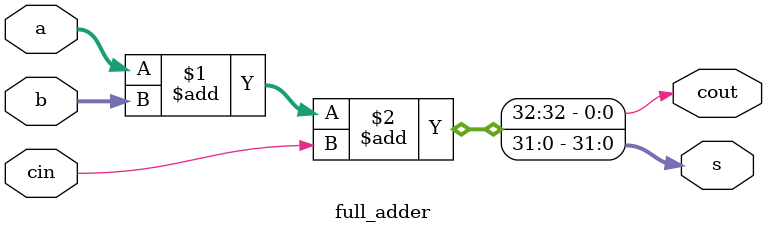
<source format=sv>
module full_adder #(parameter N= 32 )
						(input logic [N-1:0] a,b,
						input logic cin,
						output logic [N-1:0] s,
						output logic cout);
	assign {cout, s} = a+b+cin;
endmodule
</source>
